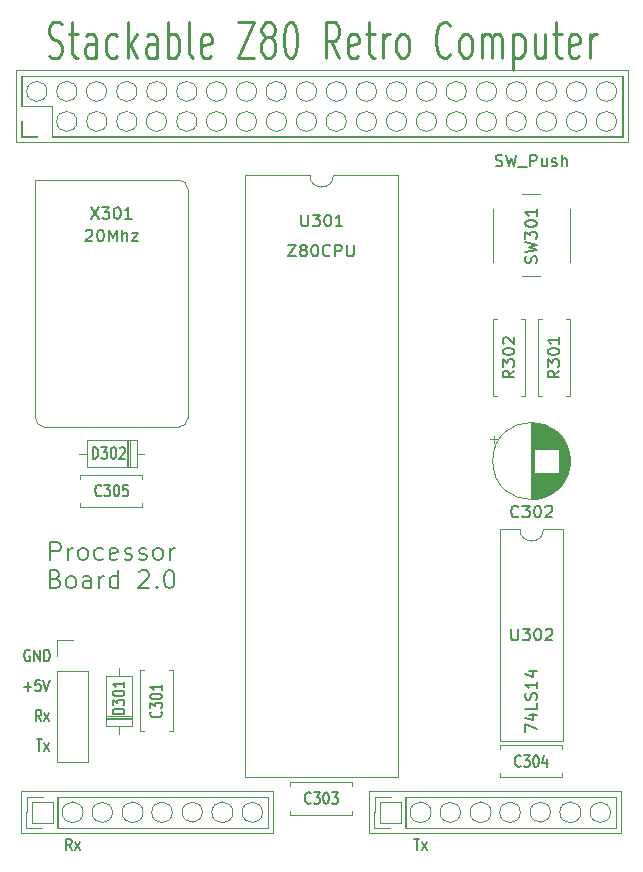
<source format=gto>
%TF.GenerationSoftware,KiCad,Pcbnew,(5.0.1)-3*%
%TF.CreationDate,2018-11-22T17:32:38+01:00*%
%TF.ProjectId,S80 Processor,5338302050726F636573736F722E6B69,2.0*%
%TF.SameCoordinates,Original*%
%TF.FileFunction,Legend,Top*%
%TF.FilePolarity,Positive*%
%FSLAX46Y46*%
G04 Gerber Fmt 4.6, Leading zero omitted, Abs format (unit mm)*
G04 Created by KiCad (PCBNEW (5.0.1)-3) date 22/11/2018 17:32:38*
%MOMM*%
%LPD*%
G01*
G04 APERTURE LIST*
%ADD10C,0.150000*%
%ADD11C,0.100000*%
%ADD12C,0.050000*%
%ADD13C,0.250000*%
%ADD14C,0.120000*%
G04 APERTURE END LIST*
D10*
X111969619Y-99274380D02*
X112426761Y-99274380D01*
X112198190Y-100274380D02*
X112198190Y-99274380D01*
X112617238Y-100274380D02*
X113036285Y-99607714D01*
X112617238Y-99607714D02*
X113036285Y-100274380D01*
X82981809Y-100274380D02*
X82715142Y-99798190D01*
X82524666Y-100274380D02*
X82524666Y-99274380D01*
X82829428Y-99274380D01*
X82905619Y-99322000D01*
X82943714Y-99369619D01*
X82981809Y-99464857D01*
X82981809Y-99607714D01*
X82943714Y-99702952D01*
X82905619Y-99750571D01*
X82829428Y-99798190D01*
X82524666Y-99798190D01*
X83248476Y-100274380D02*
X83667523Y-99607714D01*
X83248476Y-99607714D02*
X83667523Y-100274380D01*
X80001547Y-90887300D02*
X80458690Y-90887300D01*
X80230119Y-91887300D02*
X80230119Y-90887300D01*
X80649166Y-91887300D02*
X81068214Y-91220634D01*
X80649166Y-91220634D02*
X81068214Y-91887300D01*
X80382500Y-89352380D02*
X80115833Y-88876190D01*
X79925357Y-89352380D02*
X79925357Y-88352380D01*
X80230119Y-88352380D01*
X80306309Y-88400000D01*
X80344404Y-88447619D01*
X80382500Y-88542857D01*
X80382500Y-88685714D01*
X80344404Y-88780952D01*
X80306309Y-88828571D01*
X80230119Y-88876190D01*
X79925357Y-88876190D01*
X80649166Y-89352380D02*
X81068214Y-88685714D01*
X80649166Y-88685714D02*
X81068214Y-89352380D01*
X78934880Y-86431428D02*
X79544404Y-86431428D01*
X79239642Y-86812380D02*
X79239642Y-86050476D01*
X80306309Y-85812380D02*
X79925357Y-85812380D01*
X79887261Y-86288571D01*
X79925357Y-86240952D01*
X80001547Y-86193333D01*
X80192023Y-86193333D01*
X80268214Y-86240952D01*
X80306309Y-86288571D01*
X80344404Y-86383809D01*
X80344404Y-86621904D01*
X80306309Y-86717142D01*
X80268214Y-86764761D01*
X80192023Y-86812380D01*
X80001547Y-86812380D01*
X79925357Y-86764761D01*
X79887261Y-86717142D01*
X80572976Y-85812380D02*
X80839642Y-86812380D01*
X81106309Y-85812380D01*
X79440288Y-83317460D02*
X79364098Y-83269840D01*
X79249812Y-83269840D01*
X79135526Y-83317460D01*
X79059336Y-83412698D01*
X79021240Y-83507936D01*
X78983145Y-83698412D01*
X78983145Y-83841269D01*
X79021240Y-84031745D01*
X79059336Y-84126983D01*
X79135526Y-84222221D01*
X79249812Y-84269840D01*
X79326002Y-84269840D01*
X79440288Y-84222221D01*
X79478383Y-84174602D01*
X79478383Y-83841269D01*
X79326002Y-83841269D01*
X79821240Y-84269840D02*
X79821240Y-83269840D01*
X80278383Y-84269840D01*
X80278383Y-83269840D01*
X80659336Y-84269840D02*
X80659336Y-83269840D01*
X80849812Y-83269840D01*
X80964098Y-83317460D01*
X81040288Y-83412698D01*
X81078383Y-83507936D01*
X81116479Y-83698412D01*
X81116479Y-83841269D01*
X81078383Y-84031745D01*
X81040288Y-84126983D01*
X80964098Y-84222221D01*
X80849812Y-84269840D01*
X80659336Y-84269840D01*
D11*
X78740000Y-37290000D02*
X81280000Y-37290000D01*
X78740000Y-34750000D02*
X78740000Y-37290000D01*
X80879466Y-36020000D02*
G75*
G03X80879466Y-36020000I-853833J0D01*
G01*
X129540000Y-34750000D02*
X78740000Y-34750000D01*
X81762600Y-95739200D02*
X81762600Y-98355400D01*
X81762600Y-95739200D02*
X99593400Y-95764600D01*
X80467200Y-98380800D02*
X79146400Y-98380800D01*
X99593400Y-95764600D02*
X99593400Y-98380800D01*
X79146400Y-98380800D02*
X79146400Y-97060000D01*
D12*
X100050600Y-95282000D02*
X78714600Y-95282000D01*
X100050600Y-98838000D02*
X100050600Y-95282000D01*
D11*
X99593400Y-98380800D02*
X81762600Y-98355400D01*
X86432081Y-97060000D02*
G75*
G03X86432081Y-97060000I-859481J0D01*
G01*
X96621600Y-97060000D02*
G75*
G03X96621600Y-97060000I-889000J0D01*
G01*
X99136573Y-97060000D02*
G75*
G03X99136573Y-97060000I-863973J0D01*
G01*
X91503040Y-97060000D02*
G75*
G03X91503040Y-97060000I-875840J0D01*
G01*
D12*
X78714600Y-98838000D02*
X100050600Y-98838000D01*
D11*
X94046055Y-97034600D02*
G75*
G03X94046055Y-97034600I-853455J0D01*
G01*
X81356200Y-97923600D02*
X81356200Y-96196400D01*
X81356200Y-96196400D02*
X79603600Y-96196400D01*
X79603600Y-96196400D02*
X79603600Y-97923600D01*
X89022635Y-97060000D02*
G75*
G03X89022635Y-97060000I-884635J0D01*
G01*
X79603600Y-97923600D02*
X81356200Y-97923600D01*
X83946637Y-97060000D02*
G75*
G03X83946637Y-97060000I-888637J0D01*
G01*
D12*
X78714600Y-95282000D02*
X78714600Y-98838000D01*
D13*
X81044761Y-33024485D02*
X81330476Y-33167342D01*
X81806666Y-33167342D01*
X81997142Y-33024485D01*
X82092380Y-32881628D01*
X82187619Y-32595914D01*
X82187619Y-32310200D01*
X82092380Y-32024485D01*
X81997142Y-31881628D01*
X81806666Y-31738771D01*
X81425714Y-31595914D01*
X81235238Y-31453057D01*
X81140000Y-31310200D01*
X81044761Y-31024485D01*
X81044761Y-30738771D01*
X81140000Y-30453057D01*
X81235238Y-30310200D01*
X81425714Y-30167342D01*
X81901904Y-30167342D01*
X82187619Y-30310200D01*
X82759047Y-31167342D02*
X83520952Y-31167342D01*
X83044761Y-30167342D02*
X83044761Y-32738771D01*
X83140000Y-33024485D01*
X83330476Y-33167342D01*
X83520952Y-33167342D01*
X85044761Y-33167342D02*
X85044761Y-31595914D01*
X84949523Y-31310200D01*
X84759047Y-31167342D01*
X84378095Y-31167342D01*
X84187619Y-31310200D01*
X85044761Y-33024485D02*
X84854285Y-33167342D01*
X84378095Y-33167342D01*
X84187619Y-33024485D01*
X84092380Y-32738771D01*
X84092380Y-32453057D01*
X84187619Y-32167342D01*
X84378095Y-32024485D01*
X84854285Y-32024485D01*
X85044761Y-31881628D01*
X86854285Y-33024485D02*
X86663809Y-33167342D01*
X86282857Y-33167342D01*
X86092380Y-33024485D01*
X85997142Y-32881628D01*
X85901904Y-32595914D01*
X85901904Y-31738771D01*
X85997142Y-31453057D01*
X86092380Y-31310200D01*
X86282857Y-31167342D01*
X86663809Y-31167342D01*
X86854285Y-31310200D01*
X87711428Y-33167342D02*
X87711428Y-30167342D01*
X87901904Y-32024485D02*
X88473333Y-33167342D01*
X88473333Y-31167342D02*
X87711428Y-32310200D01*
X90187619Y-33167342D02*
X90187619Y-31595914D01*
X90092380Y-31310200D01*
X89901904Y-31167342D01*
X89520952Y-31167342D01*
X89330476Y-31310200D01*
X90187619Y-33024485D02*
X89997142Y-33167342D01*
X89520952Y-33167342D01*
X89330476Y-33024485D01*
X89235238Y-32738771D01*
X89235238Y-32453057D01*
X89330476Y-32167342D01*
X89520952Y-32024485D01*
X89997142Y-32024485D01*
X90187619Y-31881628D01*
X91140000Y-33167342D02*
X91140000Y-30167342D01*
X91140000Y-31310200D02*
X91330476Y-31167342D01*
X91711428Y-31167342D01*
X91901904Y-31310200D01*
X91997142Y-31453057D01*
X92092380Y-31738771D01*
X92092380Y-32595914D01*
X91997142Y-32881628D01*
X91901904Y-33024485D01*
X91711428Y-33167342D01*
X91330476Y-33167342D01*
X91140000Y-33024485D01*
X93235238Y-33167342D02*
X93044761Y-33024485D01*
X92949523Y-32738771D01*
X92949523Y-30167342D01*
X94759047Y-33024485D02*
X94568571Y-33167342D01*
X94187619Y-33167342D01*
X93997142Y-33024485D01*
X93901904Y-32738771D01*
X93901904Y-31595914D01*
X93997142Y-31310200D01*
X94187619Y-31167342D01*
X94568571Y-31167342D01*
X94759047Y-31310200D01*
X94854285Y-31595914D01*
X94854285Y-31881628D01*
X93901904Y-32167342D01*
X97044761Y-30167342D02*
X98378095Y-30167342D01*
X97044761Y-33167342D01*
X98378095Y-33167342D01*
X99425714Y-31453057D02*
X99235238Y-31310200D01*
X99140000Y-31167342D01*
X99044761Y-30881628D01*
X99044761Y-30738771D01*
X99140000Y-30453057D01*
X99235238Y-30310200D01*
X99425714Y-30167342D01*
X99806666Y-30167342D01*
X99997142Y-30310200D01*
X100092380Y-30453057D01*
X100187619Y-30738771D01*
X100187619Y-30881628D01*
X100092380Y-31167342D01*
X99997142Y-31310200D01*
X99806666Y-31453057D01*
X99425714Y-31453057D01*
X99235238Y-31595914D01*
X99140000Y-31738771D01*
X99044761Y-32024485D01*
X99044761Y-32595914D01*
X99140000Y-32881628D01*
X99235238Y-33024485D01*
X99425714Y-33167342D01*
X99806666Y-33167342D01*
X99997142Y-33024485D01*
X100092380Y-32881628D01*
X100187619Y-32595914D01*
X100187619Y-32024485D01*
X100092380Y-31738771D01*
X99997142Y-31595914D01*
X99806666Y-31453057D01*
X101425714Y-30167342D02*
X101616190Y-30167342D01*
X101806666Y-30310200D01*
X101901904Y-30453057D01*
X101997142Y-30738771D01*
X102092380Y-31310200D01*
X102092380Y-32024485D01*
X101997142Y-32595914D01*
X101901904Y-32881628D01*
X101806666Y-33024485D01*
X101616190Y-33167342D01*
X101425714Y-33167342D01*
X101235238Y-33024485D01*
X101140000Y-32881628D01*
X101044761Y-32595914D01*
X100949523Y-32024485D01*
X100949523Y-31310200D01*
X101044761Y-30738771D01*
X101140000Y-30453057D01*
X101235238Y-30310200D01*
X101425714Y-30167342D01*
X105616190Y-33167342D02*
X104949523Y-31738771D01*
X104473333Y-33167342D02*
X104473333Y-30167342D01*
X105235238Y-30167342D01*
X105425714Y-30310200D01*
X105520952Y-30453057D01*
X105616190Y-30738771D01*
X105616190Y-31167342D01*
X105520952Y-31453057D01*
X105425714Y-31595914D01*
X105235238Y-31738771D01*
X104473333Y-31738771D01*
X107235238Y-33024485D02*
X107044761Y-33167342D01*
X106663809Y-33167342D01*
X106473333Y-33024485D01*
X106378095Y-32738771D01*
X106378095Y-31595914D01*
X106473333Y-31310200D01*
X106663809Y-31167342D01*
X107044761Y-31167342D01*
X107235238Y-31310200D01*
X107330476Y-31595914D01*
X107330476Y-31881628D01*
X106378095Y-32167342D01*
X107901904Y-31167342D02*
X108663809Y-31167342D01*
X108187619Y-30167342D02*
X108187619Y-32738771D01*
X108282857Y-33024485D01*
X108473333Y-33167342D01*
X108663809Y-33167342D01*
X109330476Y-33167342D02*
X109330476Y-31167342D01*
X109330476Y-31738771D02*
X109425714Y-31453057D01*
X109520952Y-31310200D01*
X109711428Y-31167342D01*
X109901904Y-31167342D01*
X110854285Y-33167342D02*
X110663809Y-33024485D01*
X110568571Y-32881628D01*
X110473333Y-32595914D01*
X110473333Y-31738771D01*
X110568571Y-31453057D01*
X110663809Y-31310200D01*
X110854285Y-31167342D01*
X111140000Y-31167342D01*
X111330476Y-31310200D01*
X111425714Y-31453057D01*
X111520952Y-31738771D01*
X111520952Y-32595914D01*
X111425714Y-32881628D01*
X111330476Y-33024485D01*
X111140000Y-33167342D01*
X110854285Y-33167342D01*
X115044761Y-32881628D02*
X114949523Y-33024485D01*
X114663809Y-33167342D01*
X114473333Y-33167342D01*
X114187619Y-33024485D01*
X113997142Y-32738771D01*
X113901904Y-32453057D01*
X113806666Y-31881628D01*
X113806666Y-31453057D01*
X113901904Y-30881628D01*
X113997142Y-30595914D01*
X114187619Y-30310200D01*
X114473333Y-30167342D01*
X114663809Y-30167342D01*
X114949523Y-30310200D01*
X115044761Y-30453057D01*
X116187619Y-33167342D02*
X115997142Y-33024485D01*
X115901904Y-32881628D01*
X115806666Y-32595914D01*
X115806666Y-31738771D01*
X115901904Y-31453057D01*
X115997142Y-31310200D01*
X116187619Y-31167342D01*
X116473333Y-31167342D01*
X116663809Y-31310200D01*
X116759047Y-31453057D01*
X116854285Y-31738771D01*
X116854285Y-32595914D01*
X116759047Y-32881628D01*
X116663809Y-33024485D01*
X116473333Y-33167342D01*
X116187619Y-33167342D01*
X117711428Y-33167342D02*
X117711428Y-31167342D01*
X117711428Y-31453057D02*
X117806666Y-31310200D01*
X117997142Y-31167342D01*
X118282857Y-31167342D01*
X118473333Y-31310200D01*
X118568571Y-31595914D01*
X118568571Y-33167342D01*
X118568571Y-31595914D02*
X118663809Y-31310200D01*
X118854285Y-31167342D01*
X119139999Y-31167342D01*
X119330476Y-31310200D01*
X119425714Y-31595914D01*
X119425714Y-33167342D01*
X120378095Y-31167342D02*
X120378095Y-34167342D01*
X120378095Y-31310200D02*
X120568571Y-31167342D01*
X120949523Y-31167342D01*
X121139999Y-31310200D01*
X121235238Y-31453057D01*
X121330476Y-31738771D01*
X121330476Y-32595914D01*
X121235238Y-32881628D01*
X121139999Y-33024485D01*
X120949523Y-33167342D01*
X120568571Y-33167342D01*
X120378095Y-33024485D01*
X123044761Y-31167342D02*
X123044761Y-33167342D01*
X122187619Y-31167342D02*
X122187619Y-32738771D01*
X122282857Y-33024485D01*
X122473333Y-33167342D01*
X122759047Y-33167342D01*
X122949523Y-33024485D01*
X123044761Y-32881628D01*
X123711428Y-31167342D02*
X124473333Y-31167342D01*
X123997142Y-30167342D02*
X123997142Y-32738771D01*
X124092380Y-33024485D01*
X124282857Y-33167342D01*
X124473333Y-33167342D01*
X125901904Y-33024485D02*
X125711428Y-33167342D01*
X125330476Y-33167342D01*
X125139999Y-33024485D01*
X125044761Y-32738771D01*
X125044761Y-31595914D01*
X125139999Y-31310200D01*
X125330476Y-31167342D01*
X125711428Y-31167342D01*
X125901904Y-31310200D01*
X125997142Y-31595914D01*
X125997142Y-31881628D01*
X125044761Y-32167342D01*
X126854285Y-33167342D02*
X126854285Y-31167342D01*
X126854285Y-31738771D02*
X126949523Y-31453057D01*
X127044761Y-31310200D01*
X127235238Y-31167342D01*
X127425714Y-31167342D01*
D11*
X126574066Y-38560000D02*
G75*
G03X126574066Y-38560000I-853833J0D01*
G01*
X96094066Y-38560000D02*
G75*
G03X96094066Y-38560000I-853833J0D01*
G01*
X111334066Y-38560000D02*
G75*
G03X111334066Y-38560000I-853833J0D01*
G01*
X129108200Y-38560000D02*
G75*
G03X129108200Y-38560000I-853833J0D01*
G01*
X129114066Y-36020000D02*
G75*
G03X129114066Y-36020000I-853833J0D01*
G01*
X126574066Y-36020000D02*
G75*
G03X126574066Y-36020000I-853833J0D01*
G01*
X121488200Y-36020000D02*
G75*
G03X121488200Y-36020000I-853833J0D01*
G01*
X116388666Y-36020000D02*
G75*
G03X116388666Y-36020000I-853833J0D01*
G01*
X124028200Y-38560000D02*
G75*
G03X124028200Y-38560000I-853833J0D01*
G01*
X121462800Y-38560000D02*
G75*
G03X121462800Y-38560000I-853833J0D01*
G01*
X113868200Y-38560000D02*
G75*
G03X113868200Y-38560000I-853833J0D01*
G01*
X118954066Y-36020000D02*
G75*
G03X118954066Y-36020000I-853833J0D01*
G01*
X116408200Y-38560000D02*
G75*
G03X116408200Y-38560000I-853833J0D01*
G01*
X118948200Y-38560000D02*
G75*
G03X118948200Y-38560000I-853833J0D01*
G01*
X113874066Y-36020000D02*
G75*
G03X113874066Y-36020000I-853833J0D01*
G01*
X124028200Y-36020000D02*
G75*
G03X124028200Y-36020000I-853833J0D01*
G01*
X111334066Y-36020000D02*
G75*
G03X111334066Y-36020000I-853833J0D01*
G01*
X106222800Y-38560000D02*
G75*
G03X106222800Y-38560000I-853833J0D01*
G01*
X98634066Y-36020000D02*
G75*
G03X98634066Y-36020000I-853833J0D01*
G01*
X98628200Y-38560000D02*
G75*
G03X98628200Y-38560000I-853833J0D01*
G01*
X96094066Y-36020000D02*
G75*
G03X96094066Y-36020000I-853833J0D01*
G01*
X108788200Y-38560000D02*
G75*
G03X108788200Y-38560000I-853833J0D01*
G01*
X108788200Y-36020000D02*
G75*
G03X108788200Y-36020000I-853833J0D01*
G01*
X101148666Y-36020000D02*
G75*
G03X101148666Y-36020000I-853833J0D01*
G01*
X103714066Y-36020000D02*
G75*
G03X103714066Y-36020000I-853833J0D01*
G01*
X101168200Y-38560000D02*
G75*
G03X101168200Y-38560000I-853833J0D01*
G01*
X103708200Y-38560000D02*
G75*
G03X103708200Y-38560000I-853833J0D01*
G01*
X106248200Y-36020000D02*
G75*
G03X106248200Y-36020000I-853833J0D01*
G01*
X83419466Y-36020000D02*
G75*
G03X83419466Y-36020000I-853833J0D01*
G01*
X85934066Y-36020000D02*
G75*
G03X85934066Y-36020000I-853833J0D01*
G01*
X88499466Y-36020000D02*
G75*
G03X88499466Y-36020000I-853833J0D01*
G01*
X91033600Y-36020000D02*
G75*
G03X91033600Y-36020000I-853833J0D01*
G01*
X93573600Y-36020000D02*
G75*
G03X93573600Y-36020000I-853833J0D01*
G01*
X93573600Y-38560000D02*
G75*
G03X93573600Y-38560000I-853833J0D01*
G01*
X91008200Y-38560000D02*
G75*
G03X91008200Y-38560000I-853833J0D01*
G01*
X88493600Y-38560000D02*
G75*
G03X88493600Y-38560000I-853833J0D01*
G01*
X85953600Y-38560000D02*
G75*
G03X85953600Y-38560000I-853833J0D01*
G01*
X83413600Y-38560000D02*
G75*
G03X83413600Y-38560000I-853833J0D01*
G01*
X78740000Y-39830000D02*
X80010000Y-39830000D01*
X78740000Y-38560000D02*
X78740000Y-39830000D01*
X129540000Y-39830000D02*
X129540000Y-34750000D01*
X81280000Y-39830000D02*
X129540000Y-39830000D01*
X81280000Y-37290000D02*
X81280000Y-39830000D01*
D12*
X130048000Y-34242000D02*
X78232000Y-34242000D01*
X130048000Y-40338000D02*
X130048000Y-34242000D01*
X78232000Y-40338000D02*
X130048000Y-40338000D01*
X78232000Y-34242000D02*
X78232000Y-40338000D01*
X129514600Y-95282000D02*
X108178600Y-95282000D01*
X129514600Y-98838000D02*
X129514600Y-95282000D01*
X108178600Y-98838000D02*
X129514600Y-98838000D01*
X108178600Y-95282000D02*
X108178600Y-98838000D01*
D11*
X128600573Y-97060000D02*
G75*
G03X128600573Y-97060000I-863973J0D01*
G01*
X126085600Y-97060000D02*
G75*
G03X126085600Y-97060000I-889000J0D01*
G01*
X123510055Y-97034600D02*
G75*
G03X123510055Y-97034600I-853455J0D01*
G01*
X120967040Y-97060000D02*
G75*
G03X120967040Y-97060000I-875840J0D01*
G01*
X118486635Y-97060000D02*
G75*
G03X118486635Y-97060000I-884635J0D01*
G01*
X115896081Y-97060000D02*
G75*
G03X115896081Y-97060000I-859481J0D01*
G01*
X113410637Y-97060000D02*
G75*
G03X113410637Y-97060000I-888637J0D01*
G01*
X109067600Y-97923600D02*
X110820200Y-97923600D01*
X109067600Y-96196400D02*
X109067600Y-97923600D01*
X110820200Y-96196400D02*
X109067600Y-96196400D01*
X110820200Y-97923600D02*
X110820200Y-96196400D01*
X129057400Y-98380800D02*
X111226600Y-98355400D01*
X129057400Y-95764600D02*
X129057400Y-98380800D01*
X111226600Y-95739200D02*
X129057400Y-95764600D01*
X111226600Y-95739200D02*
X111226600Y-98355400D01*
X108610400Y-98380800D02*
X108610400Y-97060000D01*
X109931200Y-98380800D02*
X108610400Y-98380800D01*
D10*
X81181428Y-75678571D02*
X81181428Y-74178571D01*
X81752857Y-74178571D01*
X81895714Y-74250000D01*
X81967142Y-74321428D01*
X82038571Y-74464285D01*
X82038571Y-74678571D01*
X81967142Y-74821428D01*
X81895714Y-74892857D01*
X81752857Y-74964285D01*
X81181428Y-74964285D01*
X82681428Y-75678571D02*
X82681428Y-74678571D01*
X82681428Y-74964285D02*
X82752857Y-74821428D01*
X82824285Y-74750000D01*
X82967142Y-74678571D01*
X83110000Y-74678571D01*
X83824285Y-75678571D02*
X83681428Y-75607142D01*
X83610000Y-75535714D01*
X83538571Y-75392857D01*
X83538571Y-74964285D01*
X83610000Y-74821428D01*
X83681428Y-74750000D01*
X83824285Y-74678571D01*
X84038571Y-74678571D01*
X84181428Y-74750000D01*
X84252857Y-74821428D01*
X84324285Y-74964285D01*
X84324285Y-75392857D01*
X84252857Y-75535714D01*
X84181428Y-75607142D01*
X84038571Y-75678571D01*
X83824285Y-75678571D01*
X85610000Y-75607142D02*
X85467142Y-75678571D01*
X85181428Y-75678571D01*
X85038571Y-75607142D01*
X84967142Y-75535714D01*
X84895714Y-75392857D01*
X84895714Y-74964285D01*
X84967142Y-74821428D01*
X85038571Y-74750000D01*
X85181428Y-74678571D01*
X85467142Y-74678571D01*
X85610000Y-74750000D01*
X86824285Y-75607142D02*
X86681428Y-75678571D01*
X86395714Y-75678571D01*
X86252857Y-75607142D01*
X86181428Y-75464285D01*
X86181428Y-74892857D01*
X86252857Y-74750000D01*
X86395714Y-74678571D01*
X86681428Y-74678571D01*
X86824285Y-74750000D01*
X86895714Y-74892857D01*
X86895714Y-75035714D01*
X86181428Y-75178571D01*
X87467142Y-75607142D02*
X87610000Y-75678571D01*
X87895714Y-75678571D01*
X88038571Y-75607142D01*
X88110000Y-75464285D01*
X88110000Y-75392857D01*
X88038571Y-75250000D01*
X87895714Y-75178571D01*
X87681428Y-75178571D01*
X87538571Y-75107142D01*
X87467142Y-74964285D01*
X87467142Y-74892857D01*
X87538571Y-74750000D01*
X87681428Y-74678571D01*
X87895714Y-74678571D01*
X88038571Y-74750000D01*
X88681428Y-75607142D02*
X88824285Y-75678571D01*
X89110000Y-75678571D01*
X89252857Y-75607142D01*
X89324285Y-75464285D01*
X89324285Y-75392857D01*
X89252857Y-75250000D01*
X89110000Y-75178571D01*
X88895714Y-75178571D01*
X88752857Y-75107142D01*
X88681428Y-74964285D01*
X88681428Y-74892857D01*
X88752857Y-74750000D01*
X88895714Y-74678571D01*
X89110000Y-74678571D01*
X89252857Y-74750000D01*
X90181428Y-75678571D02*
X90038571Y-75607142D01*
X89967142Y-75535714D01*
X89895714Y-75392857D01*
X89895714Y-74964285D01*
X89967142Y-74821428D01*
X90038571Y-74750000D01*
X90181428Y-74678571D01*
X90395714Y-74678571D01*
X90538571Y-74750000D01*
X90610000Y-74821428D01*
X90681428Y-74964285D01*
X90681428Y-75392857D01*
X90610000Y-75535714D01*
X90538571Y-75607142D01*
X90395714Y-75678571D01*
X90181428Y-75678571D01*
X91324285Y-75678571D02*
X91324285Y-74678571D01*
X91324285Y-74964285D02*
X91395714Y-74821428D01*
X91467142Y-74750000D01*
X91610000Y-74678571D01*
X91752857Y-74678571D01*
X81610000Y-77292857D02*
X81824285Y-77364285D01*
X81895714Y-77435714D01*
X81967142Y-77578571D01*
X81967142Y-77792857D01*
X81895714Y-77935714D01*
X81824285Y-78007142D01*
X81681428Y-78078571D01*
X81110000Y-78078571D01*
X81110000Y-76578571D01*
X81610000Y-76578571D01*
X81752857Y-76650000D01*
X81824285Y-76721428D01*
X81895714Y-76864285D01*
X81895714Y-77007142D01*
X81824285Y-77150000D01*
X81752857Y-77221428D01*
X81610000Y-77292857D01*
X81110000Y-77292857D01*
X82824285Y-78078571D02*
X82681428Y-78007142D01*
X82610000Y-77935714D01*
X82538571Y-77792857D01*
X82538571Y-77364285D01*
X82610000Y-77221428D01*
X82681428Y-77150000D01*
X82824285Y-77078571D01*
X83038571Y-77078571D01*
X83181428Y-77150000D01*
X83252857Y-77221428D01*
X83324285Y-77364285D01*
X83324285Y-77792857D01*
X83252857Y-77935714D01*
X83181428Y-78007142D01*
X83038571Y-78078571D01*
X82824285Y-78078571D01*
X84610000Y-78078571D02*
X84610000Y-77292857D01*
X84538571Y-77150000D01*
X84395714Y-77078571D01*
X84110000Y-77078571D01*
X83967142Y-77150000D01*
X84610000Y-78007142D02*
X84467142Y-78078571D01*
X84110000Y-78078571D01*
X83967142Y-78007142D01*
X83895714Y-77864285D01*
X83895714Y-77721428D01*
X83967142Y-77578571D01*
X84110000Y-77507142D01*
X84467142Y-77507142D01*
X84610000Y-77435714D01*
X85324285Y-78078571D02*
X85324285Y-77078571D01*
X85324285Y-77364285D02*
X85395714Y-77221428D01*
X85467142Y-77150000D01*
X85610000Y-77078571D01*
X85752857Y-77078571D01*
X86895714Y-78078571D02*
X86895714Y-76578571D01*
X86895714Y-78007142D02*
X86752857Y-78078571D01*
X86467142Y-78078571D01*
X86324285Y-78007142D01*
X86252857Y-77935714D01*
X86181428Y-77792857D01*
X86181428Y-77364285D01*
X86252857Y-77221428D01*
X86324285Y-77150000D01*
X86467142Y-77078571D01*
X86752857Y-77078571D01*
X86895714Y-77150000D01*
X88681428Y-76721428D02*
X88752857Y-76650000D01*
X88895714Y-76578571D01*
X89252857Y-76578571D01*
X89395714Y-76650000D01*
X89467142Y-76721428D01*
X89538571Y-76864285D01*
X89538571Y-77007142D01*
X89467142Y-77221428D01*
X88610000Y-78078571D01*
X89538571Y-78078571D01*
X90181428Y-77935714D02*
X90252857Y-78007142D01*
X90181428Y-78078571D01*
X90110000Y-78007142D01*
X90181428Y-77935714D01*
X90181428Y-78078571D01*
X91181428Y-76578571D02*
X91324285Y-76578571D01*
X91467142Y-76650000D01*
X91538571Y-76721428D01*
X91610000Y-76864285D01*
X91681428Y-77150000D01*
X91681428Y-77507142D01*
X91610000Y-77792857D01*
X91538571Y-77935714D01*
X91467142Y-78007142D01*
X91324285Y-78078571D01*
X91181428Y-78078571D01*
X91038571Y-78007142D01*
X90967142Y-77935714D01*
X90895714Y-77792857D01*
X90824285Y-77507142D01*
X90824285Y-77150000D01*
X90895714Y-76864285D01*
X90967142Y-76721428D01*
X91038571Y-76650000D01*
X91181428Y-76578571D01*
D14*
X110600000Y-43120000D02*
X105140000Y-43120000D01*
X110600000Y-94040000D02*
X110600000Y-43120000D01*
X97680000Y-94040000D02*
X110600000Y-94040000D01*
X97680000Y-43120000D02*
X97680000Y-94040000D01*
X103140000Y-43120000D02*
X97680000Y-43120000D01*
X105140000Y-43120000D02*
G75*
G02X103140000Y-43120000I-1000000J0D01*
G01*
X106733960Y-97255000D02*
X101493960Y-97255000D01*
X106733960Y-94515000D02*
X101493960Y-94515000D01*
X106733960Y-97255000D02*
X106733960Y-96940000D01*
X106733960Y-94830000D02*
X106733960Y-94515000D01*
X101493960Y-97255000D02*
X101493960Y-96940000D01*
X101493960Y-94830000D02*
X101493960Y-94515000D01*
X91540000Y-84970000D02*
X91540000Y-90210000D01*
X88800000Y-84970000D02*
X88800000Y-90210000D01*
X91540000Y-84970000D02*
X91225000Y-84970000D01*
X89115000Y-84970000D02*
X88800000Y-84970000D01*
X91540000Y-90210000D02*
X91225000Y-90210000D01*
X89115000Y-90210000D02*
X88800000Y-90210000D01*
X125170000Y-67310000D02*
G75*
G03X125170000Y-67310000I-3270000J0D01*
G01*
X121900000Y-64080000D02*
X121900000Y-70540000D01*
X121940000Y-64080000D02*
X121940000Y-70540000D01*
X121980000Y-64080000D02*
X121980000Y-70540000D01*
X122020000Y-64082000D02*
X122020000Y-70538000D01*
X122060000Y-64083000D02*
X122060000Y-70537000D01*
X122100000Y-64086000D02*
X122100000Y-70534000D01*
X122140000Y-64088000D02*
X122140000Y-66270000D01*
X122140000Y-68350000D02*
X122140000Y-70532000D01*
X122180000Y-64092000D02*
X122180000Y-66270000D01*
X122180000Y-68350000D02*
X122180000Y-70528000D01*
X122220000Y-64095000D02*
X122220000Y-66270000D01*
X122220000Y-68350000D02*
X122220000Y-70525000D01*
X122260000Y-64099000D02*
X122260000Y-66270000D01*
X122260000Y-68350000D02*
X122260000Y-70521000D01*
X122300000Y-64104000D02*
X122300000Y-66270000D01*
X122300000Y-68350000D02*
X122300000Y-70516000D01*
X122340000Y-64109000D02*
X122340000Y-66270000D01*
X122340000Y-68350000D02*
X122340000Y-70511000D01*
X122380000Y-64115000D02*
X122380000Y-66270000D01*
X122380000Y-68350000D02*
X122380000Y-70505000D01*
X122420000Y-64121000D02*
X122420000Y-66270000D01*
X122420000Y-68350000D02*
X122420000Y-70499000D01*
X122460000Y-64128000D02*
X122460000Y-66270000D01*
X122460000Y-68350000D02*
X122460000Y-70492000D01*
X122500000Y-64135000D02*
X122500000Y-66270000D01*
X122500000Y-68350000D02*
X122500000Y-70485000D01*
X122540000Y-64143000D02*
X122540000Y-66270000D01*
X122540000Y-68350000D02*
X122540000Y-70477000D01*
X122580000Y-64151000D02*
X122580000Y-66270000D01*
X122580000Y-68350000D02*
X122580000Y-70469000D01*
X122621000Y-64160000D02*
X122621000Y-66270000D01*
X122621000Y-68350000D02*
X122621000Y-70460000D01*
X122661000Y-64169000D02*
X122661000Y-66270000D01*
X122661000Y-68350000D02*
X122661000Y-70451000D01*
X122701000Y-64179000D02*
X122701000Y-66270000D01*
X122701000Y-68350000D02*
X122701000Y-70441000D01*
X122741000Y-64189000D02*
X122741000Y-66270000D01*
X122741000Y-68350000D02*
X122741000Y-70431000D01*
X122781000Y-64200000D02*
X122781000Y-66270000D01*
X122781000Y-68350000D02*
X122781000Y-70420000D01*
X122821000Y-64212000D02*
X122821000Y-66270000D01*
X122821000Y-68350000D02*
X122821000Y-70408000D01*
X122861000Y-64224000D02*
X122861000Y-66270000D01*
X122861000Y-68350000D02*
X122861000Y-70396000D01*
X122901000Y-64236000D02*
X122901000Y-66270000D01*
X122901000Y-68350000D02*
X122901000Y-70384000D01*
X122941000Y-64249000D02*
X122941000Y-66270000D01*
X122941000Y-68350000D02*
X122941000Y-70371000D01*
X122981000Y-64263000D02*
X122981000Y-66270000D01*
X122981000Y-68350000D02*
X122981000Y-70357000D01*
X123021000Y-64277000D02*
X123021000Y-66270000D01*
X123021000Y-68350000D02*
X123021000Y-70343000D01*
X123061000Y-64292000D02*
X123061000Y-66270000D01*
X123061000Y-68350000D02*
X123061000Y-70328000D01*
X123101000Y-64308000D02*
X123101000Y-66270000D01*
X123101000Y-68350000D02*
X123101000Y-70312000D01*
X123141000Y-64324000D02*
X123141000Y-66270000D01*
X123141000Y-68350000D02*
X123141000Y-70296000D01*
X123181000Y-64340000D02*
X123181000Y-66270000D01*
X123181000Y-68350000D02*
X123181000Y-70280000D01*
X123221000Y-64358000D02*
X123221000Y-66270000D01*
X123221000Y-68350000D02*
X123221000Y-70262000D01*
X123261000Y-64376000D02*
X123261000Y-66270000D01*
X123261000Y-68350000D02*
X123261000Y-70244000D01*
X123301000Y-64394000D02*
X123301000Y-66270000D01*
X123301000Y-68350000D02*
X123301000Y-70226000D01*
X123341000Y-64414000D02*
X123341000Y-66270000D01*
X123341000Y-68350000D02*
X123341000Y-70206000D01*
X123381000Y-64434000D02*
X123381000Y-66270000D01*
X123381000Y-68350000D02*
X123381000Y-70186000D01*
X123421000Y-64454000D02*
X123421000Y-66270000D01*
X123421000Y-68350000D02*
X123421000Y-70166000D01*
X123461000Y-64476000D02*
X123461000Y-66270000D01*
X123461000Y-68350000D02*
X123461000Y-70144000D01*
X123501000Y-64498000D02*
X123501000Y-66270000D01*
X123501000Y-68350000D02*
X123501000Y-70122000D01*
X123541000Y-64520000D02*
X123541000Y-66270000D01*
X123541000Y-68350000D02*
X123541000Y-70100000D01*
X123581000Y-64544000D02*
X123581000Y-66270000D01*
X123581000Y-68350000D02*
X123581000Y-70076000D01*
X123621000Y-64568000D02*
X123621000Y-66270000D01*
X123621000Y-68350000D02*
X123621000Y-70052000D01*
X123661000Y-64594000D02*
X123661000Y-66270000D01*
X123661000Y-68350000D02*
X123661000Y-70026000D01*
X123701000Y-64620000D02*
X123701000Y-66270000D01*
X123701000Y-68350000D02*
X123701000Y-70000000D01*
X123741000Y-64646000D02*
X123741000Y-66270000D01*
X123741000Y-68350000D02*
X123741000Y-69974000D01*
X123781000Y-64674000D02*
X123781000Y-66270000D01*
X123781000Y-68350000D02*
X123781000Y-69946000D01*
X123821000Y-64703000D02*
X123821000Y-66270000D01*
X123821000Y-68350000D02*
X123821000Y-69917000D01*
X123861000Y-64732000D02*
X123861000Y-66270000D01*
X123861000Y-68350000D02*
X123861000Y-69888000D01*
X123901000Y-64762000D02*
X123901000Y-66270000D01*
X123901000Y-68350000D02*
X123901000Y-69858000D01*
X123941000Y-64794000D02*
X123941000Y-66270000D01*
X123941000Y-68350000D02*
X123941000Y-69826000D01*
X123981000Y-64826000D02*
X123981000Y-66270000D01*
X123981000Y-68350000D02*
X123981000Y-69794000D01*
X124021000Y-64860000D02*
X124021000Y-66270000D01*
X124021000Y-68350000D02*
X124021000Y-69760000D01*
X124061000Y-64894000D02*
X124061000Y-66270000D01*
X124061000Y-68350000D02*
X124061000Y-69726000D01*
X124101000Y-64930000D02*
X124101000Y-66270000D01*
X124101000Y-68350000D02*
X124101000Y-69690000D01*
X124141000Y-64967000D02*
X124141000Y-66270000D01*
X124141000Y-68350000D02*
X124141000Y-69653000D01*
X124181000Y-65005000D02*
X124181000Y-66270000D01*
X124181000Y-68350000D02*
X124181000Y-69615000D01*
X124221000Y-65045000D02*
X124221000Y-69575000D01*
X124261000Y-65086000D02*
X124261000Y-69534000D01*
X124301000Y-65128000D02*
X124301000Y-69492000D01*
X124341000Y-65173000D02*
X124341000Y-69447000D01*
X124381000Y-65218000D02*
X124381000Y-69402000D01*
X124421000Y-65266000D02*
X124421000Y-69354000D01*
X124461000Y-65315000D02*
X124461000Y-69305000D01*
X124501000Y-65366000D02*
X124501000Y-69254000D01*
X124541000Y-65420000D02*
X124541000Y-69200000D01*
X124581000Y-65476000D02*
X124581000Y-69144000D01*
X124621000Y-65534000D02*
X124621000Y-69086000D01*
X124661000Y-65596000D02*
X124661000Y-69024000D01*
X124701000Y-65660000D02*
X124701000Y-68960000D01*
X124741000Y-65729000D02*
X124741000Y-68891000D01*
X124781000Y-65801000D02*
X124781000Y-68819000D01*
X124821000Y-65878000D02*
X124821000Y-68742000D01*
X124861000Y-65960000D02*
X124861000Y-68660000D01*
X124901000Y-66048000D02*
X124901000Y-68572000D01*
X124941000Y-66145000D02*
X124941000Y-68475000D01*
X124981000Y-66251000D02*
X124981000Y-68369000D01*
X125021000Y-66370000D02*
X125021000Y-68250000D01*
X125061000Y-66508000D02*
X125061000Y-68112000D01*
X125101000Y-66677000D02*
X125101000Y-67943000D01*
X125141000Y-66908000D02*
X125141000Y-67712000D01*
X118399759Y-65471000D02*
X119029759Y-65471000D01*
X118714759Y-65156000D02*
X118714759Y-65786000D01*
X119260000Y-91340000D02*
X124500000Y-91340000D01*
X119260000Y-94080000D02*
X124500000Y-94080000D01*
X119260000Y-91340000D02*
X119260000Y-91655000D01*
X119260000Y-93765000D02*
X119260000Y-94080000D01*
X124500000Y-91340000D02*
X124500000Y-91655000D01*
X124500000Y-93765000D02*
X124500000Y-94080000D01*
X88940000Y-70905000D02*
X88940000Y-71220000D01*
X88940000Y-68480000D02*
X88940000Y-68795000D01*
X83700000Y-70905000D02*
X83700000Y-71220000D01*
X83700000Y-68480000D02*
X83700000Y-68795000D01*
X83700000Y-71220000D02*
X88940000Y-71220000D01*
X83700000Y-68480000D02*
X88940000Y-68480000D01*
X85875000Y-89150000D02*
X88115000Y-89150000D01*
X85875000Y-88910000D02*
X88115000Y-88910000D01*
X85875000Y-89030000D02*
X88115000Y-89030000D01*
X86995000Y-84860000D02*
X86995000Y-85510000D01*
X86995000Y-90400000D02*
X86995000Y-89750000D01*
X85875000Y-85510000D02*
X85875000Y-89750000D01*
X88115000Y-85510000D02*
X85875000Y-85510000D01*
X88115000Y-89750000D02*
X88115000Y-85510000D01*
X85875000Y-89750000D02*
X88115000Y-89750000D01*
X88480000Y-67795000D02*
X88480000Y-65555000D01*
X88480000Y-65555000D02*
X84240000Y-65555000D01*
X84240000Y-65555000D02*
X84240000Y-67795000D01*
X84240000Y-67795000D02*
X88480000Y-67795000D01*
X89130000Y-66675000D02*
X88480000Y-66675000D01*
X83590000Y-66675000D02*
X84240000Y-66675000D01*
X87760000Y-67795000D02*
X87760000Y-65555000D01*
X87640000Y-67795000D02*
X87640000Y-65555000D01*
X87880000Y-67795000D02*
X87880000Y-65555000D01*
X81780380Y-98383400D02*
X81780380Y-95723400D01*
X81780380Y-98383400D02*
X99620380Y-98383400D01*
X99620380Y-98383400D02*
X99620380Y-95723400D01*
X81780380Y-95723400D02*
X99620380Y-95723400D01*
X79180380Y-95723400D02*
X80510380Y-95723400D01*
X79180380Y-97053400D02*
X79180380Y-95723400D01*
X78695240Y-34687200D02*
X78695240Y-37287200D01*
X78695240Y-34687200D02*
X129615240Y-34687200D01*
X129615240Y-34687200D02*
X129615240Y-39887200D01*
X81295240Y-39887200D02*
X129615240Y-39887200D01*
X81295240Y-37287200D02*
X81295240Y-39887200D01*
X78695240Y-37287200D02*
X81295240Y-37287200D01*
X78695240Y-39887200D02*
X80025240Y-39887200D01*
X78695240Y-38557200D02*
X78695240Y-39887200D01*
X108657080Y-97061020D02*
X108657080Y-95731020D01*
X108657080Y-95731020D02*
X109987080Y-95731020D01*
X111257080Y-95731020D02*
X129097080Y-95731020D01*
X129097080Y-98391020D02*
X129097080Y-95731020D01*
X111257080Y-98391020D02*
X129097080Y-98391020D01*
X111257080Y-98391020D02*
X111257080Y-95731020D01*
X81720380Y-92770000D02*
X84380380Y-92770000D01*
X81720380Y-85090000D02*
X81720380Y-92770000D01*
X84380380Y-85090000D02*
X84380380Y-92770000D01*
X81720380Y-85090000D02*
X84380380Y-85090000D01*
X81720380Y-83820000D02*
X81720380Y-82490000D01*
X81720380Y-82490000D02*
X83050380Y-82490000D01*
X122785000Y-61817000D02*
X122455000Y-61817000D01*
X122455000Y-61817000D02*
X122455000Y-55277000D01*
X122455000Y-55277000D02*
X122785000Y-55277000D01*
X124865000Y-61817000D02*
X125195000Y-61817000D01*
X125195000Y-61817000D02*
X125195000Y-55277000D01*
X125195000Y-55277000D02*
X124865000Y-55277000D01*
X121385000Y-55277000D02*
X121055000Y-55277000D01*
X121385000Y-61817000D02*
X121385000Y-55277000D01*
X121055000Y-61817000D02*
X121385000Y-61817000D01*
X118645000Y-55277000D02*
X118975000Y-55277000D01*
X118645000Y-61817000D02*
X118645000Y-55277000D01*
X118975000Y-61817000D02*
X118645000Y-61817000D01*
X125134000Y-50435000D02*
X125134000Y-45935000D01*
X121134000Y-51685000D02*
X122634000Y-51685000D01*
X118634000Y-45935000D02*
X118634000Y-50435000D01*
X122634000Y-44685000D02*
X121134000Y-44685000D01*
X124570000Y-73092000D02*
X122920000Y-73092000D01*
X124570000Y-90992000D02*
X124570000Y-73092000D01*
X119270000Y-90992000D02*
X124570000Y-90992000D01*
X119270000Y-73092000D02*
X119270000Y-90992000D01*
X120920000Y-73092000D02*
X119270000Y-73092000D01*
X122920000Y-73092000D02*
G75*
G02X120920000Y-73092000I-1000000J0D01*
G01*
X92810000Y-44275000D02*
G75*
G03X92060000Y-43525000I-750000J0D01*
G01*
X92060000Y-64425000D02*
G75*
G03X92810000Y-63675000I0J750000D01*
G01*
X79910000Y-63675000D02*
G75*
G03X80660000Y-64425000I750000J0D01*
G01*
X79910000Y-43525000D02*
X79910000Y-63675000D01*
X80660000Y-64425000D02*
X92060000Y-64425000D01*
X92810000Y-63675000D02*
X92810000Y-44275000D01*
X92060000Y-43525000D02*
X79910000Y-43525000D01*
D10*
X102425714Y-46442380D02*
X102425714Y-47251904D01*
X102473333Y-47347142D01*
X102520952Y-47394761D01*
X102616190Y-47442380D01*
X102806666Y-47442380D01*
X102901904Y-47394761D01*
X102949523Y-47347142D01*
X102997142Y-47251904D01*
X102997142Y-46442380D01*
X103378095Y-46442380D02*
X103997142Y-46442380D01*
X103663809Y-46823333D01*
X103806666Y-46823333D01*
X103901904Y-46870952D01*
X103949523Y-46918571D01*
X103997142Y-47013809D01*
X103997142Y-47251904D01*
X103949523Y-47347142D01*
X103901904Y-47394761D01*
X103806666Y-47442380D01*
X103520952Y-47442380D01*
X103425714Y-47394761D01*
X103378095Y-47347142D01*
X104616190Y-46442380D02*
X104711428Y-46442380D01*
X104806666Y-46490000D01*
X104854285Y-46537619D01*
X104901904Y-46632857D01*
X104949523Y-46823333D01*
X104949523Y-47061428D01*
X104901904Y-47251904D01*
X104854285Y-47347142D01*
X104806666Y-47394761D01*
X104711428Y-47442380D01*
X104616190Y-47442380D01*
X104520952Y-47394761D01*
X104473333Y-47347142D01*
X104425714Y-47251904D01*
X104378095Y-47061428D01*
X104378095Y-46823333D01*
X104425714Y-46632857D01*
X104473333Y-46537619D01*
X104520952Y-46490000D01*
X104616190Y-46442380D01*
X105901904Y-47442380D02*
X105330476Y-47442380D01*
X105616190Y-47442380D02*
X105616190Y-46442380D01*
X105520952Y-46585238D01*
X105425714Y-46680476D01*
X105330476Y-46728095D01*
X101330476Y-48982380D02*
X101997142Y-48982380D01*
X101330476Y-49982380D01*
X101997142Y-49982380D01*
X102520952Y-49410952D02*
X102425714Y-49363333D01*
X102378095Y-49315714D01*
X102330476Y-49220476D01*
X102330476Y-49172857D01*
X102378095Y-49077619D01*
X102425714Y-49030000D01*
X102520952Y-48982380D01*
X102711428Y-48982380D01*
X102806666Y-49030000D01*
X102854285Y-49077619D01*
X102901904Y-49172857D01*
X102901904Y-49220476D01*
X102854285Y-49315714D01*
X102806666Y-49363333D01*
X102711428Y-49410952D01*
X102520952Y-49410952D01*
X102425714Y-49458571D01*
X102378095Y-49506190D01*
X102330476Y-49601428D01*
X102330476Y-49791904D01*
X102378095Y-49887142D01*
X102425714Y-49934761D01*
X102520952Y-49982380D01*
X102711428Y-49982380D01*
X102806666Y-49934761D01*
X102854285Y-49887142D01*
X102901904Y-49791904D01*
X102901904Y-49601428D01*
X102854285Y-49506190D01*
X102806666Y-49458571D01*
X102711428Y-49410952D01*
X103520952Y-48982380D02*
X103616190Y-48982380D01*
X103711428Y-49030000D01*
X103759047Y-49077619D01*
X103806666Y-49172857D01*
X103854285Y-49363333D01*
X103854285Y-49601428D01*
X103806666Y-49791904D01*
X103759047Y-49887142D01*
X103711428Y-49934761D01*
X103616190Y-49982380D01*
X103520952Y-49982380D01*
X103425714Y-49934761D01*
X103378095Y-49887142D01*
X103330476Y-49791904D01*
X103282857Y-49601428D01*
X103282857Y-49363333D01*
X103330476Y-49172857D01*
X103378095Y-49077619D01*
X103425714Y-49030000D01*
X103520952Y-48982380D01*
X104854285Y-49887142D02*
X104806666Y-49934761D01*
X104663809Y-49982380D01*
X104568571Y-49982380D01*
X104425714Y-49934761D01*
X104330476Y-49839523D01*
X104282857Y-49744285D01*
X104235238Y-49553809D01*
X104235238Y-49410952D01*
X104282857Y-49220476D01*
X104330476Y-49125238D01*
X104425714Y-49030000D01*
X104568571Y-48982380D01*
X104663809Y-48982380D01*
X104806666Y-49030000D01*
X104854285Y-49077619D01*
X105282857Y-49982380D02*
X105282857Y-48982380D01*
X105663809Y-48982380D01*
X105759047Y-49030000D01*
X105806666Y-49077619D01*
X105854285Y-49172857D01*
X105854285Y-49315714D01*
X105806666Y-49410952D01*
X105759047Y-49458571D01*
X105663809Y-49506190D01*
X105282857Y-49506190D01*
X106282857Y-48982380D02*
X106282857Y-49791904D01*
X106330476Y-49887142D01*
X106378095Y-49934761D01*
X106473333Y-49982380D01*
X106663809Y-49982380D01*
X106759047Y-49934761D01*
X106806666Y-49887142D01*
X106854285Y-49791904D01*
X106854285Y-48982380D01*
X103218721Y-96242142D02*
X103180626Y-96289761D01*
X103066340Y-96337380D01*
X102990150Y-96337380D01*
X102875864Y-96289761D01*
X102799674Y-96194523D01*
X102761579Y-96099285D01*
X102723483Y-95908809D01*
X102723483Y-95765952D01*
X102761579Y-95575476D01*
X102799674Y-95480238D01*
X102875864Y-95385000D01*
X102990150Y-95337380D01*
X103066340Y-95337380D01*
X103180626Y-95385000D01*
X103218721Y-95432619D01*
X103485388Y-95337380D02*
X103980626Y-95337380D01*
X103713960Y-95718333D01*
X103828245Y-95718333D01*
X103904436Y-95765952D01*
X103942531Y-95813571D01*
X103980626Y-95908809D01*
X103980626Y-96146904D01*
X103942531Y-96242142D01*
X103904436Y-96289761D01*
X103828245Y-96337380D01*
X103599674Y-96337380D01*
X103523483Y-96289761D01*
X103485388Y-96242142D01*
X104475864Y-95337380D02*
X104552055Y-95337380D01*
X104628245Y-95385000D01*
X104666340Y-95432619D01*
X104704436Y-95527857D01*
X104742531Y-95718333D01*
X104742531Y-95956428D01*
X104704436Y-96146904D01*
X104666340Y-96242142D01*
X104628245Y-96289761D01*
X104552055Y-96337380D01*
X104475864Y-96337380D01*
X104399674Y-96289761D01*
X104361579Y-96242142D01*
X104323483Y-96146904D01*
X104285388Y-95956428D01*
X104285388Y-95718333D01*
X104323483Y-95527857D01*
X104361579Y-95432619D01*
X104399674Y-95385000D01*
X104475864Y-95337380D01*
X105009198Y-95337380D02*
X105504436Y-95337380D01*
X105237769Y-95718333D01*
X105352055Y-95718333D01*
X105428245Y-95765952D01*
X105466340Y-95813571D01*
X105504436Y-95908809D01*
X105504436Y-96146904D01*
X105466340Y-96242142D01*
X105428245Y-96289761D01*
X105352055Y-96337380D01*
X105123483Y-96337380D01*
X105047293Y-96289761D01*
X105009198Y-96242142D01*
X90527142Y-88525238D02*
X90574761Y-88563333D01*
X90622380Y-88677619D01*
X90622380Y-88753809D01*
X90574761Y-88868095D01*
X90479523Y-88944285D01*
X90384285Y-88982380D01*
X90193809Y-89020476D01*
X90050952Y-89020476D01*
X89860476Y-88982380D01*
X89765238Y-88944285D01*
X89670000Y-88868095D01*
X89622380Y-88753809D01*
X89622380Y-88677619D01*
X89670000Y-88563333D01*
X89717619Y-88525238D01*
X89622380Y-88258571D02*
X89622380Y-87763333D01*
X90003333Y-88030000D01*
X90003333Y-87915714D01*
X90050952Y-87839523D01*
X90098571Y-87801428D01*
X90193809Y-87763333D01*
X90431904Y-87763333D01*
X90527142Y-87801428D01*
X90574761Y-87839523D01*
X90622380Y-87915714D01*
X90622380Y-88144285D01*
X90574761Y-88220476D01*
X90527142Y-88258571D01*
X89622380Y-87268095D02*
X89622380Y-87191904D01*
X89670000Y-87115714D01*
X89717619Y-87077619D01*
X89812857Y-87039523D01*
X90003333Y-87001428D01*
X90241428Y-87001428D01*
X90431904Y-87039523D01*
X90527142Y-87077619D01*
X90574761Y-87115714D01*
X90622380Y-87191904D01*
X90622380Y-87268095D01*
X90574761Y-87344285D01*
X90527142Y-87382380D01*
X90431904Y-87420476D01*
X90241428Y-87458571D01*
X90003333Y-87458571D01*
X89812857Y-87420476D01*
X89717619Y-87382380D01*
X89670000Y-87344285D01*
X89622380Y-87268095D01*
X90622380Y-86239523D02*
X90622380Y-86696666D01*
X90622380Y-86468095D02*
X89622380Y-86468095D01*
X89765238Y-86544285D01*
X89860476Y-86620476D01*
X89908095Y-86696666D01*
X120800952Y-71985142D02*
X120753333Y-72032761D01*
X120610476Y-72080380D01*
X120515238Y-72080380D01*
X120372380Y-72032761D01*
X120277142Y-71937523D01*
X120229523Y-71842285D01*
X120181904Y-71651809D01*
X120181904Y-71508952D01*
X120229523Y-71318476D01*
X120277142Y-71223238D01*
X120372380Y-71128000D01*
X120515238Y-71080380D01*
X120610476Y-71080380D01*
X120753333Y-71128000D01*
X120800952Y-71175619D01*
X121134285Y-71080380D02*
X121753333Y-71080380D01*
X121420000Y-71461333D01*
X121562857Y-71461333D01*
X121658095Y-71508952D01*
X121705714Y-71556571D01*
X121753333Y-71651809D01*
X121753333Y-71889904D01*
X121705714Y-71985142D01*
X121658095Y-72032761D01*
X121562857Y-72080380D01*
X121277142Y-72080380D01*
X121181904Y-72032761D01*
X121134285Y-71985142D01*
X122372380Y-71080380D02*
X122467619Y-71080380D01*
X122562857Y-71128000D01*
X122610476Y-71175619D01*
X122658095Y-71270857D01*
X122705714Y-71461333D01*
X122705714Y-71699428D01*
X122658095Y-71889904D01*
X122610476Y-71985142D01*
X122562857Y-72032761D01*
X122467619Y-72080380D01*
X122372380Y-72080380D01*
X122277142Y-72032761D01*
X122229523Y-71985142D01*
X122181904Y-71889904D01*
X122134285Y-71699428D01*
X122134285Y-71461333D01*
X122181904Y-71270857D01*
X122229523Y-71175619D01*
X122277142Y-71128000D01*
X122372380Y-71080380D01*
X123086666Y-71175619D02*
X123134285Y-71128000D01*
X123229523Y-71080380D01*
X123467619Y-71080380D01*
X123562857Y-71128000D01*
X123610476Y-71175619D01*
X123658095Y-71270857D01*
X123658095Y-71366095D01*
X123610476Y-71508952D01*
X123039047Y-72080380D01*
X123658095Y-72080380D01*
X120984761Y-93122141D02*
X120946666Y-93169760D01*
X120832380Y-93217379D01*
X120756190Y-93217379D01*
X120641904Y-93169760D01*
X120565714Y-93074522D01*
X120527619Y-92979284D01*
X120489523Y-92788808D01*
X120489523Y-92645951D01*
X120527619Y-92455475D01*
X120565714Y-92360237D01*
X120641904Y-92264999D01*
X120756190Y-92217379D01*
X120832380Y-92217379D01*
X120946666Y-92264999D01*
X120984761Y-92312618D01*
X121251428Y-92217379D02*
X121746666Y-92217379D01*
X121480000Y-92598332D01*
X121594285Y-92598332D01*
X121670476Y-92645951D01*
X121708571Y-92693570D01*
X121746666Y-92788808D01*
X121746666Y-93026903D01*
X121708571Y-93122141D01*
X121670476Y-93169760D01*
X121594285Y-93217379D01*
X121365714Y-93217379D01*
X121289523Y-93169760D01*
X121251428Y-93122141D01*
X122241904Y-92217379D02*
X122318095Y-92217379D01*
X122394285Y-92264999D01*
X122432380Y-92312618D01*
X122470476Y-92407856D01*
X122508571Y-92598332D01*
X122508571Y-92836427D01*
X122470476Y-93026903D01*
X122432380Y-93122141D01*
X122394285Y-93169760D01*
X122318095Y-93217379D01*
X122241904Y-93217379D01*
X122165714Y-93169760D01*
X122127619Y-93122141D01*
X122089523Y-93026903D01*
X122051428Y-92836427D01*
X122051428Y-92598332D01*
X122089523Y-92407856D01*
X122127619Y-92312618D01*
X122165714Y-92264999D01*
X122241904Y-92217379D01*
X123194285Y-92550713D02*
X123194285Y-93217379D01*
X123003809Y-92169760D02*
X122813333Y-92884046D01*
X123308571Y-92884046D01*
X85464761Y-70207142D02*
X85426666Y-70254761D01*
X85312380Y-70302380D01*
X85236190Y-70302380D01*
X85121904Y-70254761D01*
X85045714Y-70159523D01*
X85007619Y-70064285D01*
X84969523Y-69873809D01*
X84969523Y-69730952D01*
X85007619Y-69540476D01*
X85045714Y-69445238D01*
X85121904Y-69350000D01*
X85236190Y-69302380D01*
X85312380Y-69302380D01*
X85426666Y-69350000D01*
X85464761Y-69397619D01*
X85731428Y-69302380D02*
X86226666Y-69302380D01*
X85960000Y-69683333D01*
X86074285Y-69683333D01*
X86150476Y-69730952D01*
X86188571Y-69778571D01*
X86226666Y-69873809D01*
X86226666Y-70111904D01*
X86188571Y-70207142D01*
X86150476Y-70254761D01*
X86074285Y-70302380D01*
X85845714Y-70302380D01*
X85769523Y-70254761D01*
X85731428Y-70207142D01*
X86721904Y-69302380D02*
X86798095Y-69302380D01*
X86874285Y-69350000D01*
X86912380Y-69397619D01*
X86950476Y-69492857D01*
X86988571Y-69683333D01*
X86988571Y-69921428D01*
X86950476Y-70111904D01*
X86912380Y-70207142D01*
X86874285Y-70254761D01*
X86798095Y-70302380D01*
X86721904Y-70302380D01*
X86645714Y-70254761D01*
X86607619Y-70207142D01*
X86569523Y-70111904D01*
X86531428Y-69921428D01*
X86531428Y-69683333D01*
X86569523Y-69492857D01*
X86607619Y-69397619D01*
X86645714Y-69350000D01*
X86721904Y-69302380D01*
X87712380Y-69302380D02*
X87331428Y-69302380D01*
X87293333Y-69778571D01*
X87331428Y-69730952D01*
X87407619Y-69683333D01*
X87598095Y-69683333D01*
X87674285Y-69730952D01*
X87712380Y-69778571D01*
X87750476Y-69873809D01*
X87750476Y-70111904D01*
X87712380Y-70207142D01*
X87674285Y-70254761D01*
X87598095Y-70302380D01*
X87407619Y-70302380D01*
X87331428Y-70254761D01*
X87293333Y-70207142D01*
X87447380Y-88728380D02*
X86447380Y-88728380D01*
X86447380Y-88537904D01*
X86495000Y-88423619D01*
X86590238Y-88347428D01*
X86685476Y-88309333D01*
X86875952Y-88271238D01*
X87018809Y-88271238D01*
X87209285Y-88309333D01*
X87304523Y-88347428D01*
X87399761Y-88423619D01*
X87447380Y-88537904D01*
X87447380Y-88728380D01*
X86447380Y-88004571D02*
X86447380Y-87509333D01*
X86828333Y-87776000D01*
X86828333Y-87661714D01*
X86875952Y-87585523D01*
X86923571Y-87547428D01*
X87018809Y-87509333D01*
X87256904Y-87509333D01*
X87352142Y-87547428D01*
X87399761Y-87585523D01*
X87447380Y-87661714D01*
X87447380Y-87890285D01*
X87399761Y-87966476D01*
X87352142Y-88004571D01*
X86447380Y-87014095D02*
X86447380Y-86937904D01*
X86495000Y-86861714D01*
X86542619Y-86823619D01*
X86637857Y-86785523D01*
X86828333Y-86747428D01*
X87066428Y-86747428D01*
X87256904Y-86785523D01*
X87352142Y-86823619D01*
X87399761Y-86861714D01*
X87447380Y-86937904D01*
X87447380Y-87014095D01*
X87399761Y-87090285D01*
X87352142Y-87128380D01*
X87256904Y-87166476D01*
X87066428Y-87204571D01*
X86828333Y-87204571D01*
X86637857Y-87166476D01*
X86542619Y-87128380D01*
X86495000Y-87090285D01*
X86447380Y-87014095D01*
X87447380Y-85985523D02*
X87447380Y-86442666D01*
X87447380Y-86214095D02*
X86447380Y-86214095D01*
X86590238Y-86290285D01*
X86685476Y-86366476D01*
X86733095Y-86442666D01*
X84753619Y-67127380D02*
X84753619Y-66127380D01*
X84944095Y-66127380D01*
X85058380Y-66175000D01*
X85134571Y-66270238D01*
X85172666Y-66365476D01*
X85210761Y-66555952D01*
X85210761Y-66698809D01*
X85172666Y-66889285D01*
X85134571Y-66984523D01*
X85058380Y-67079761D01*
X84944095Y-67127380D01*
X84753619Y-67127380D01*
X85477428Y-66127380D02*
X85972666Y-66127380D01*
X85706000Y-66508333D01*
X85820285Y-66508333D01*
X85896476Y-66555952D01*
X85934571Y-66603571D01*
X85972666Y-66698809D01*
X85972666Y-66936904D01*
X85934571Y-67032142D01*
X85896476Y-67079761D01*
X85820285Y-67127380D01*
X85591714Y-67127380D01*
X85515523Y-67079761D01*
X85477428Y-67032142D01*
X86467904Y-66127380D02*
X86544095Y-66127380D01*
X86620285Y-66175000D01*
X86658380Y-66222619D01*
X86696476Y-66317857D01*
X86734571Y-66508333D01*
X86734571Y-66746428D01*
X86696476Y-66936904D01*
X86658380Y-67032142D01*
X86620285Y-67079761D01*
X86544095Y-67127380D01*
X86467904Y-67127380D01*
X86391714Y-67079761D01*
X86353619Y-67032142D01*
X86315523Y-66936904D01*
X86277428Y-66746428D01*
X86277428Y-66508333D01*
X86315523Y-66317857D01*
X86353619Y-66222619D01*
X86391714Y-66175000D01*
X86467904Y-66127380D01*
X87039333Y-66222619D02*
X87077428Y-66175000D01*
X87153619Y-66127380D01*
X87344095Y-66127380D01*
X87420285Y-66175000D01*
X87458380Y-66222619D01*
X87496476Y-66317857D01*
X87496476Y-66413095D01*
X87458380Y-66555952D01*
X87001238Y-67127380D01*
X87496476Y-67127380D01*
X124277380Y-59666047D02*
X123801190Y-59999380D01*
X124277380Y-60237476D02*
X123277380Y-60237476D01*
X123277380Y-59856523D01*
X123325000Y-59761285D01*
X123372619Y-59713666D01*
X123467857Y-59666047D01*
X123610714Y-59666047D01*
X123705952Y-59713666D01*
X123753571Y-59761285D01*
X123801190Y-59856523D01*
X123801190Y-60237476D01*
X123277380Y-59332714D02*
X123277380Y-58713666D01*
X123658333Y-59047000D01*
X123658333Y-58904142D01*
X123705952Y-58808904D01*
X123753571Y-58761285D01*
X123848809Y-58713666D01*
X124086904Y-58713666D01*
X124182142Y-58761285D01*
X124229761Y-58808904D01*
X124277380Y-58904142D01*
X124277380Y-59189857D01*
X124229761Y-59285095D01*
X124182142Y-59332714D01*
X123277380Y-58094619D02*
X123277380Y-57999380D01*
X123325000Y-57904142D01*
X123372619Y-57856523D01*
X123467857Y-57808904D01*
X123658333Y-57761285D01*
X123896428Y-57761285D01*
X124086904Y-57808904D01*
X124182142Y-57856523D01*
X124229761Y-57904142D01*
X124277380Y-57999380D01*
X124277380Y-58094619D01*
X124229761Y-58189857D01*
X124182142Y-58237476D01*
X124086904Y-58285095D01*
X123896428Y-58332714D01*
X123658333Y-58332714D01*
X123467857Y-58285095D01*
X123372619Y-58237476D01*
X123325000Y-58189857D01*
X123277380Y-58094619D01*
X124277380Y-56808904D02*
X124277380Y-57380333D01*
X124277380Y-57094619D02*
X123277380Y-57094619D01*
X123420238Y-57189857D01*
X123515476Y-57285095D01*
X123563095Y-57380333D01*
X120467380Y-59666047D02*
X119991190Y-59999380D01*
X120467380Y-60237476D02*
X119467380Y-60237476D01*
X119467380Y-59856523D01*
X119515000Y-59761285D01*
X119562619Y-59713666D01*
X119657857Y-59666047D01*
X119800714Y-59666047D01*
X119895952Y-59713666D01*
X119943571Y-59761285D01*
X119991190Y-59856523D01*
X119991190Y-60237476D01*
X119467380Y-59332714D02*
X119467380Y-58713666D01*
X119848333Y-59047000D01*
X119848333Y-58904142D01*
X119895952Y-58808904D01*
X119943571Y-58761285D01*
X120038809Y-58713666D01*
X120276904Y-58713666D01*
X120372142Y-58761285D01*
X120419761Y-58808904D01*
X120467380Y-58904142D01*
X120467380Y-59189857D01*
X120419761Y-59285095D01*
X120372142Y-59332714D01*
X119467380Y-58094619D02*
X119467380Y-57999380D01*
X119515000Y-57904142D01*
X119562619Y-57856523D01*
X119657857Y-57808904D01*
X119848333Y-57761285D01*
X120086428Y-57761285D01*
X120276904Y-57808904D01*
X120372142Y-57856523D01*
X120419761Y-57904142D01*
X120467380Y-57999380D01*
X120467380Y-58094619D01*
X120419761Y-58189857D01*
X120372142Y-58237476D01*
X120276904Y-58285095D01*
X120086428Y-58332714D01*
X119848333Y-58332714D01*
X119657857Y-58285095D01*
X119562619Y-58237476D01*
X119515000Y-58189857D01*
X119467380Y-58094619D01*
X119562619Y-57380333D02*
X119515000Y-57332714D01*
X119467380Y-57237476D01*
X119467380Y-56999380D01*
X119515000Y-56904142D01*
X119562619Y-56856523D01*
X119657857Y-56808904D01*
X119753095Y-56808904D01*
X119895952Y-56856523D01*
X120467380Y-57427952D01*
X120467380Y-56808904D01*
X122324761Y-50545714D02*
X122372380Y-50402857D01*
X122372380Y-50164761D01*
X122324761Y-50069523D01*
X122277142Y-50021904D01*
X122181904Y-49974285D01*
X122086666Y-49974285D01*
X121991428Y-50021904D01*
X121943809Y-50069523D01*
X121896190Y-50164761D01*
X121848571Y-50355238D01*
X121800952Y-50450476D01*
X121753333Y-50498095D01*
X121658095Y-50545714D01*
X121562857Y-50545714D01*
X121467619Y-50498095D01*
X121420000Y-50450476D01*
X121372380Y-50355238D01*
X121372380Y-50117142D01*
X121420000Y-49974285D01*
X121372380Y-49640952D02*
X122372380Y-49402857D01*
X121658095Y-49212380D01*
X122372380Y-49021904D01*
X121372380Y-48783809D01*
X121372380Y-48498095D02*
X121372380Y-47879047D01*
X121753333Y-48212380D01*
X121753333Y-48069523D01*
X121800952Y-47974285D01*
X121848571Y-47926666D01*
X121943809Y-47879047D01*
X122181904Y-47879047D01*
X122277142Y-47926666D01*
X122324761Y-47974285D01*
X122372380Y-48069523D01*
X122372380Y-48355238D01*
X122324761Y-48450476D01*
X122277142Y-48498095D01*
X121372380Y-47260000D02*
X121372380Y-47164761D01*
X121420000Y-47069523D01*
X121467619Y-47021904D01*
X121562857Y-46974285D01*
X121753333Y-46926666D01*
X121991428Y-46926666D01*
X122181904Y-46974285D01*
X122277142Y-47021904D01*
X122324761Y-47069523D01*
X122372380Y-47164761D01*
X122372380Y-47260000D01*
X122324761Y-47355238D01*
X122277142Y-47402857D01*
X122181904Y-47450476D01*
X121991428Y-47498095D01*
X121753333Y-47498095D01*
X121562857Y-47450476D01*
X121467619Y-47402857D01*
X121420000Y-47355238D01*
X121372380Y-47260000D01*
X122372380Y-45974285D02*
X122372380Y-46545714D01*
X122372380Y-46260000D02*
X121372380Y-46260000D01*
X121515238Y-46355238D01*
X121610476Y-46450476D01*
X121658095Y-46545714D01*
X118872380Y-42314761D02*
X119015238Y-42362380D01*
X119253333Y-42362380D01*
X119348571Y-42314761D01*
X119396190Y-42267142D01*
X119443809Y-42171904D01*
X119443809Y-42076666D01*
X119396190Y-41981428D01*
X119348571Y-41933809D01*
X119253333Y-41886190D01*
X119062857Y-41838571D01*
X118967619Y-41790952D01*
X118920000Y-41743333D01*
X118872380Y-41648095D01*
X118872380Y-41552857D01*
X118920000Y-41457619D01*
X118967619Y-41410000D01*
X119062857Y-41362380D01*
X119300952Y-41362380D01*
X119443809Y-41410000D01*
X119777142Y-41362380D02*
X120015238Y-42362380D01*
X120205714Y-41648095D01*
X120396190Y-42362380D01*
X120634285Y-41362380D01*
X120777142Y-42457619D02*
X121539047Y-42457619D01*
X121777142Y-42362380D02*
X121777142Y-41362380D01*
X122158095Y-41362380D01*
X122253333Y-41410000D01*
X122300952Y-41457619D01*
X122348571Y-41552857D01*
X122348571Y-41695714D01*
X122300952Y-41790952D01*
X122253333Y-41838571D01*
X122158095Y-41886190D01*
X121777142Y-41886190D01*
X123205714Y-41695714D02*
X123205714Y-42362380D01*
X122777142Y-41695714D02*
X122777142Y-42219523D01*
X122824761Y-42314761D01*
X122920000Y-42362380D01*
X123062857Y-42362380D01*
X123158095Y-42314761D01*
X123205714Y-42267142D01*
X123634285Y-42314761D02*
X123729523Y-42362380D01*
X123920000Y-42362380D01*
X124015238Y-42314761D01*
X124062857Y-42219523D01*
X124062857Y-42171904D01*
X124015238Y-42076666D01*
X123920000Y-42029047D01*
X123777142Y-42029047D01*
X123681904Y-41981428D01*
X123634285Y-41886190D01*
X123634285Y-41838571D01*
X123681904Y-41743333D01*
X123777142Y-41695714D01*
X123920000Y-41695714D01*
X124015238Y-41743333D01*
X124491428Y-42362380D02*
X124491428Y-41362380D01*
X124920000Y-42362380D02*
X124920000Y-41838571D01*
X124872380Y-41743333D01*
X124777142Y-41695714D01*
X124634285Y-41695714D01*
X124539047Y-41743333D01*
X124491428Y-41790952D01*
X120205714Y-81494380D02*
X120205714Y-82303904D01*
X120253333Y-82399142D01*
X120300952Y-82446761D01*
X120396190Y-82494380D01*
X120586666Y-82494380D01*
X120681904Y-82446761D01*
X120729523Y-82399142D01*
X120777142Y-82303904D01*
X120777142Y-81494380D01*
X121158095Y-81494380D02*
X121777142Y-81494380D01*
X121443809Y-81875333D01*
X121586666Y-81875333D01*
X121681904Y-81922952D01*
X121729523Y-81970571D01*
X121777142Y-82065809D01*
X121777142Y-82303904D01*
X121729523Y-82399142D01*
X121681904Y-82446761D01*
X121586666Y-82494380D01*
X121300952Y-82494380D01*
X121205714Y-82446761D01*
X121158095Y-82399142D01*
X122396190Y-81494380D02*
X122491428Y-81494380D01*
X122586666Y-81542000D01*
X122634285Y-81589619D01*
X122681904Y-81684857D01*
X122729523Y-81875333D01*
X122729523Y-82113428D01*
X122681904Y-82303904D01*
X122634285Y-82399142D01*
X122586666Y-82446761D01*
X122491428Y-82494380D01*
X122396190Y-82494380D01*
X122300952Y-82446761D01*
X122253333Y-82399142D01*
X122205714Y-82303904D01*
X122158095Y-82113428D01*
X122158095Y-81875333D01*
X122205714Y-81684857D01*
X122253333Y-81589619D01*
X122300952Y-81542000D01*
X122396190Y-81494380D01*
X123110476Y-81589619D02*
X123158095Y-81542000D01*
X123253333Y-81494380D01*
X123491428Y-81494380D01*
X123586666Y-81542000D01*
X123634285Y-81589619D01*
X123681904Y-81684857D01*
X123681904Y-81780095D01*
X123634285Y-81922952D01*
X123062857Y-82494380D01*
X123681904Y-82494380D01*
X121372380Y-90272857D02*
X121372380Y-89606190D01*
X122372380Y-90034761D01*
X121705714Y-88796666D02*
X122372380Y-88796666D01*
X121324761Y-89034761D02*
X122039047Y-89272857D01*
X122039047Y-88653809D01*
X122372380Y-87796666D02*
X122372380Y-88272857D01*
X121372380Y-88272857D01*
X122324761Y-87510952D02*
X122372380Y-87368095D01*
X122372380Y-87130000D01*
X122324761Y-87034761D01*
X122277142Y-86987142D01*
X122181904Y-86939523D01*
X122086666Y-86939523D01*
X121991428Y-86987142D01*
X121943809Y-87034761D01*
X121896190Y-87130000D01*
X121848571Y-87320476D01*
X121800952Y-87415714D01*
X121753333Y-87463333D01*
X121658095Y-87510952D01*
X121562857Y-87510952D01*
X121467619Y-87463333D01*
X121420000Y-87415714D01*
X121372380Y-87320476D01*
X121372380Y-87082380D01*
X121420000Y-86939523D01*
X122372380Y-85987142D02*
X122372380Y-86558571D01*
X122372380Y-86272857D02*
X121372380Y-86272857D01*
X121515238Y-86368095D01*
X121610476Y-86463333D01*
X121658095Y-86558571D01*
X121705714Y-85130000D02*
X122372380Y-85130000D01*
X121324761Y-85368095D02*
X122039047Y-85606190D01*
X122039047Y-84987142D01*
X84598095Y-45807380D02*
X85264761Y-46807380D01*
X85264761Y-45807380D02*
X84598095Y-46807380D01*
X85550476Y-45807380D02*
X86169523Y-45807380D01*
X85836190Y-46188333D01*
X85979047Y-46188333D01*
X86074285Y-46235952D01*
X86121904Y-46283571D01*
X86169523Y-46378809D01*
X86169523Y-46616904D01*
X86121904Y-46712142D01*
X86074285Y-46759761D01*
X85979047Y-46807380D01*
X85693333Y-46807380D01*
X85598095Y-46759761D01*
X85550476Y-46712142D01*
X86788571Y-45807380D02*
X86883809Y-45807380D01*
X86979047Y-45855000D01*
X87026666Y-45902619D01*
X87074285Y-45997857D01*
X87121904Y-46188333D01*
X87121904Y-46426428D01*
X87074285Y-46616904D01*
X87026666Y-46712142D01*
X86979047Y-46759761D01*
X86883809Y-46807380D01*
X86788571Y-46807380D01*
X86693333Y-46759761D01*
X86645714Y-46712142D01*
X86598095Y-46616904D01*
X86550476Y-46426428D01*
X86550476Y-46188333D01*
X86598095Y-45997857D01*
X86645714Y-45902619D01*
X86693333Y-45855000D01*
X86788571Y-45807380D01*
X88074285Y-46807380D02*
X87502857Y-46807380D01*
X87788571Y-46807380D02*
X87788571Y-45807380D01*
X87693333Y-45950238D01*
X87598095Y-46045476D01*
X87502857Y-46093095D01*
X84169523Y-47807619D02*
X84217142Y-47760000D01*
X84312380Y-47712380D01*
X84550476Y-47712380D01*
X84645714Y-47760000D01*
X84693333Y-47807619D01*
X84740952Y-47902857D01*
X84740952Y-47998095D01*
X84693333Y-48140952D01*
X84121904Y-48712380D01*
X84740952Y-48712380D01*
X85360000Y-47712380D02*
X85455238Y-47712380D01*
X85550476Y-47760000D01*
X85598095Y-47807619D01*
X85645714Y-47902857D01*
X85693333Y-48093333D01*
X85693333Y-48331428D01*
X85645714Y-48521904D01*
X85598095Y-48617142D01*
X85550476Y-48664761D01*
X85455238Y-48712380D01*
X85360000Y-48712380D01*
X85264761Y-48664761D01*
X85217142Y-48617142D01*
X85169523Y-48521904D01*
X85121904Y-48331428D01*
X85121904Y-48093333D01*
X85169523Y-47902857D01*
X85217142Y-47807619D01*
X85264761Y-47760000D01*
X85360000Y-47712380D01*
X86121904Y-48712380D02*
X86121904Y-47712380D01*
X86455238Y-48426666D01*
X86788571Y-47712380D01*
X86788571Y-48712380D01*
X87264761Y-48712380D02*
X87264761Y-47712380D01*
X87693333Y-48712380D02*
X87693333Y-48188571D01*
X87645714Y-48093333D01*
X87550476Y-48045714D01*
X87407619Y-48045714D01*
X87312380Y-48093333D01*
X87264761Y-48140952D01*
X88074285Y-48045714D02*
X88598095Y-48045714D01*
X88074285Y-48712380D01*
X88598095Y-48712380D01*
M02*

</source>
